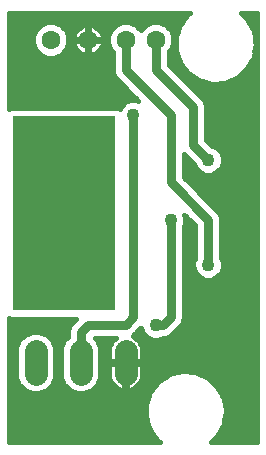
<source format=gbl>
G75*
%MOIN*%
%OFA0B0*%
%FSLAX25Y25*%
%IPPOS*%
%LPD*%
%AMOC8*
5,1,8,0,0,1.08239X$1,22.5*
%
%ADD10R,0.33937X0.64961*%
%ADD11C,0.06299*%
%ADD12C,0.07500*%
%ADD13C,0.04331*%
%ADD14C,0.03150*%
%ADD15C,0.01575*%
D10*
X0124055Y0117904D03*
D11*
X0119587Y0175679D03*
X0132087Y0175679D03*
X0144587Y0175679D03*
X0154587Y0175679D03*
D12*
X0144587Y0071929D02*
X0144587Y0064429D01*
X0129587Y0064429D02*
X0129587Y0071929D01*
X0114587Y0071929D02*
X0114587Y0064429D01*
D13*
X0114587Y0093179D03*
X0122087Y0093179D03*
X0122087Y0100679D03*
X0114587Y0100679D03*
X0114587Y0108179D03*
X0122087Y0108179D03*
X0129587Y0108179D03*
X0129587Y0100679D03*
X0129587Y0093179D03*
X0154587Y0080679D03*
X0172087Y0100679D03*
X0159587Y0115679D03*
X0172087Y0135679D03*
X0147087Y0150679D03*
X0129587Y0143179D03*
X0129587Y0135679D03*
X0129587Y0128179D03*
X0122087Y0128179D03*
X0114587Y0128179D03*
X0114587Y0135679D03*
X0122087Y0135679D03*
X0122087Y0143179D03*
X0114587Y0143179D03*
D14*
X0144587Y0165679D02*
X0159587Y0150679D01*
X0159587Y0128179D01*
X0172087Y0115679D01*
X0172087Y0100679D01*
X0159587Y0115679D02*
X0159587Y0083179D01*
X0157087Y0080679D01*
X0154587Y0080679D01*
X0147087Y0083179D02*
X0147087Y0150679D01*
X0144587Y0165679D02*
X0144587Y0175679D01*
X0154587Y0175679D02*
X0154587Y0165679D01*
X0167087Y0153179D01*
X0167087Y0140679D01*
X0172087Y0135679D01*
X0147087Y0083179D02*
X0144587Y0080679D01*
X0132087Y0080679D01*
X0129587Y0078179D01*
X0129587Y0068179D01*
D15*
X0105630Y0083044D02*
X0105630Y0041722D01*
X0156069Y0041722D01*
X0155521Y0042081D01*
X0155521Y0042081D01*
X0155521Y0042081D01*
X0152814Y0045558D01*
X0152814Y0045558D01*
X0151383Y0049726D01*
X0151383Y0054132D01*
X0152814Y0058300D01*
X0152814Y0058300D01*
X0155521Y0061777D01*
X0155521Y0061777D01*
X0159210Y0064187D01*
X0163481Y0065269D01*
X0167873Y0064905D01*
X0167873Y0064905D01*
X0171908Y0063135D01*
X0171908Y0063135D01*
X0175150Y0060151D01*
X0175150Y0060151D01*
X0175150Y0060151D01*
X0177247Y0056276D01*
X0177247Y0056275D01*
X0177972Y0051929D01*
X0177247Y0047583D01*
X0177247Y0047583D01*
X0175150Y0043707D01*
X0175150Y0043707D01*
X0172994Y0041722D01*
X0188543Y0041722D01*
X0188543Y0184636D01*
X0182994Y0184636D01*
X0185150Y0182651D01*
X0185150Y0182651D01*
X0187247Y0178776D01*
X0187247Y0178775D01*
X0187972Y0174429D01*
X0187247Y0170083D01*
X0187247Y0170083D01*
X0185150Y0166207D01*
X0185150Y0166207D01*
X0181908Y0163223D01*
X0181908Y0163223D01*
X0177873Y0161453D01*
X0177873Y0161453D01*
X0173481Y0161089D01*
X0173481Y0161089D01*
X0169210Y0162171D01*
X0169210Y0162171D01*
X0165521Y0164581D01*
X0165521Y0164581D01*
X0162814Y0168058D01*
X0162814Y0168058D01*
X0161383Y0172226D01*
X0161383Y0176632D01*
X0162814Y0180800D01*
X0162814Y0180800D01*
X0165521Y0184277D01*
X0165521Y0184277D01*
X0165521Y0184277D01*
X0166069Y0184636D01*
X0105630Y0184636D01*
X0105630Y0152763D01*
X0106538Y0153140D01*
X0141572Y0153140D01*
X0142585Y0152720D01*
X0142599Y0152706D01*
X0142915Y0153467D01*
X0144299Y0154851D01*
X0146108Y0155600D01*
X0148066Y0155600D01*
X0148877Y0155264D01*
X0140915Y0163226D01*
X0140256Y0164818D01*
X0140256Y0171658D01*
X0139580Y0172334D01*
X0138681Y0174504D01*
X0138681Y0176854D01*
X0139580Y0179024D01*
X0141241Y0180686D01*
X0143412Y0181585D01*
X0145761Y0181585D01*
X0147932Y0180686D01*
X0149587Y0179031D01*
X0151241Y0180686D01*
X0153412Y0181585D01*
X0155761Y0181585D01*
X0157932Y0180686D01*
X0159593Y0179024D01*
X0160492Y0176854D01*
X0160492Y0174504D01*
X0159593Y0172334D01*
X0158917Y0171658D01*
X0158917Y0167473D01*
X0169540Y0156851D01*
X0170758Y0155632D01*
X0171417Y0154041D01*
X0171417Y0142473D01*
X0173449Y0140442D01*
X0174874Y0139851D01*
X0176259Y0138467D01*
X0177008Y0136658D01*
X0177008Y0134700D01*
X0176259Y0132891D01*
X0174874Y0131507D01*
X0173066Y0130758D01*
X0171108Y0130758D01*
X0169299Y0131507D01*
X0167915Y0132891D01*
X0167324Y0134317D01*
X0163917Y0137724D01*
X0163917Y0129973D01*
X0174540Y0119351D01*
X0174540Y0119351D01*
X0175758Y0118132D01*
X0176417Y0116541D01*
X0176417Y0103084D01*
X0177008Y0101658D01*
X0177008Y0099700D01*
X0176259Y0097891D01*
X0174874Y0096507D01*
X0173066Y0095758D01*
X0171108Y0095758D01*
X0169299Y0096507D01*
X0167915Y0097891D01*
X0167165Y0099700D01*
X0167165Y0101658D01*
X0167756Y0103084D01*
X0167756Y0113885D01*
X0164172Y0117469D01*
X0164508Y0116658D01*
X0164508Y0114700D01*
X0163917Y0113275D01*
X0163917Y0082318D01*
X0163258Y0080726D01*
X0162040Y0079508D01*
X0159540Y0077008D01*
X0157948Y0076348D01*
X0156991Y0076348D01*
X0155566Y0075758D01*
X0153608Y0075758D01*
X0151799Y0076507D01*
X0150415Y0077891D01*
X0149685Y0079653D01*
X0149540Y0079508D01*
X0147040Y0077008D01*
X0146917Y0076957D01*
X0147489Y0076665D01*
X0148194Y0076153D01*
X0148810Y0075537D01*
X0149323Y0074831D01*
X0149718Y0074055D01*
X0149988Y0073226D01*
X0150124Y0072365D01*
X0150124Y0068642D01*
X0145049Y0068642D01*
X0145049Y0067717D01*
X0150124Y0067717D01*
X0150124Y0063993D01*
X0149988Y0063132D01*
X0149718Y0062304D01*
X0149323Y0061527D01*
X0148810Y0060822D01*
X0148194Y0060205D01*
X0147489Y0059693D01*
X0146712Y0059297D01*
X0145883Y0059028D01*
X0145049Y0058896D01*
X0145049Y0067716D01*
X0144124Y0067716D01*
X0144124Y0058896D01*
X0143290Y0059028D01*
X0142461Y0059297D01*
X0141684Y0059693D01*
X0140979Y0060205D01*
X0140363Y0060822D01*
X0139851Y0061527D01*
X0139455Y0062304D01*
X0139186Y0063132D01*
X0139049Y0063993D01*
X0139049Y0067717D01*
X0144124Y0067717D01*
X0144124Y0068642D01*
X0139049Y0068642D01*
X0139049Y0072365D01*
X0139186Y0073226D01*
X0139455Y0074055D01*
X0139851Y0074831D01*
X0140363Y0075537D01*
X0140979Y0076153D01*
X0141248Y0076348D01*
X0134368Y0076348D01*
X0135102Y0075614D01*
X0136092Y0073223D01*
X0136092Y0063135D01*
X0135102Y0060744D01*
X0133272Y0058914D01*
X0130881Y0057923D01*
X0128292Y0057923D01*
X0125901Y0058914D01*
X0124071Y0060744D01*
X0123081Y0063135D01*
X0123081Y0073223D01*
X0124071Y0075614D01*
X0125256Y0076799D01*
X0125256Y0079041D01*
X0125915Y0080632D01*
X0127950Y0082667D01*
X0106538Y0082667D01*
X0105630Y0083044D01*
X0105630Y0082232D02*
X0127515Y0082232D01*
X0125942Y0080659D02*
X0105630Y0080659D01*
X0105630Y0079085D02*
X0125274Y0079085D01*
X0125256Y0077512D02*
X0118109Y0077512D01*
X0118272Y0077445D02*
X0115881Y0078435D01*
X0113292Y0078435D01*
X0110901Y0077445D01*
X0109071Y0075614D01*
X0108081Y0073223D01*
X0108081Y0063135D01*
X0109071Y0060744D01*
X0110901Y0058914D01*
X0113292Y0057923D01*
X0115881Y0057923D01*
X0118272Y0058914D01*
X0120102Y0060744D01*
X0121092Y0063135D01*
X0121092Y0073223D01*
X0120102Y0075614D01*
X0118272Y0077445D01*
X0119778Y0075939D02*
X0124395Y0075939D01*
X0123554Y0074365D02*
X0120619Y0074365D01*
X0121092Y0072792D02*
X0123081Y0072792D01*
X0123081Y0071219D02*
X0121092Y0071219D01*
X0121092Y0069645D02*
X0123081Y0069645D01*
X0123081Y0068072D02*
X0121092Y0068072D01*
X0121092Y0066499D02*
X0123081Y0066499D01*
X0123081Y0064925D02*
X0121092Y0064925D01*
X0121092Y0063352D02*
X0123081Y0063352D01*
X0123642Y0061779D02*
X0120531Y0061779D01*
X0119564Y0060206D02*
X0124609Y0060206D01*
X0126581Y0058632D02*
X0117592Y0058632D01*
X0111581Y0058632D02*
X0105630Y0058632D01*
X0105630Y0057059D02*
X0152388Y0057059D01*
X0151848Y0055486D02*
X0105630Y0055486D01*
X0105630Y0053912D02*
X0151383Y0053912D01*
X0151383Y0052339D02*
X0105630Y0052339D01*
X0105630Y0050766D02*
X0151383Y0050766D01*
X0151566Y0049192D02*
X0105630Y0049192D01*
X0105630Y0047619D02*
X0152107Y0047619D01*
X0152647Y0046046D02*
X0105630Y0046046D01*
X0105630Y0044472D02*
X0153659Y0044472D01*
X0154884Y0042899D02*
X0105630Y0042899D01*
X0105630Y0060206D02*
X0109609Y0060206D01*
X0108642Y0061779D02*
X0105630Y0061779D01*
X0105630Y0063352D02*
X0108081Y0063352D01*
X0108081Y0064925D02*
X0105630Y0064925D01*
X0105630Y0066499D02*
X0108081Y0066499D01*
X0108081Y0068072D02*
X0105630Y0068072D01*
X0105630Y0069645D02*
X0108081Y0069645D01*
X0108081Y0071219D02*
X0105630Y0071219D01*
X0105630Y0072792D02*
X0108081Y0072792D01*
X0108554Y0074365D02*
X0105630Y0074365D01*
X0105630Y0075939D02*
X0109395Y0075939D01*
X0111064Y0077512D02*
X0105630Y0077512D01*
X0132592Y0058632D02*
X0153073Y0058632D01*
X0154297Y0060206D02*
X0148194Y0060206D01*
X0149451Y0061779D02*
X0155523Y0061779D01*
X0157931Y0063352D02*
X0150022Y0063352D01*
X0150124Y0064925D02*
X0162124Y0064925D01*
X0167630Y0064925D02*
X0188543Y0064925D01*
X0188543Y0063352D02*
X0171414Y0063352D01*
X0173381Y0061779D02*
X0188543Y0061779D01*
X0188543Y0060206D02*
X0175091Y0060206D01*
X0175972Y0058632D02*
X0188543Y0058632D01*
X0188543Y0057059D02*
X0176823Y0057059D01*
X0177379Y0055486D02*
X0188543Y0055486D01*
X0188543Y0053912D02*
X0177641Y0053912D01*
X0177904Y0052339D02*
X0188543Y0052339D01*
X0188543Y0050766D02*
X0177778Y0050766D01*
X0177516Y0049192D02*
X0188543Y0049192D01*
X0188543Y0047619D02*
X0177253Y0047619D01*
X0176415Y0046046D02*
X0188543Y0046046D01*
X0188543Y0044472D02*
X0175564Y0044472D01*
X0174272Y0042899D02*
X0188543Y0042899D01*
X0188543Y0066499D02*
X0150124Y0066499D01*
X0150124Y0069645D02*
X0188543Y0069645D01*
X0188543Y0068072D02*
X0145049Y0068072D01*
X0144124Y0068072D02*
X0136092Y0068072D01*
X0136092Y0066499D02*
X0139049Y0066499D01*
X0139049Y0064925D02*
X0136092Y0064925D01*
X0136092Y0063352D02*
X0139151Y0063352D01*
X0139722Y0061779D02*
X0135531Y0061779D01*
X0134564Y0060206D02*
X0140979Y0060206D01*
X0144124Y0060206D02*
X0145049Y0060206D01*
X0145049Y0061779D02*
X0144124Y0061779D01*
X0144124Y0063352D02*
X0145049Y0063352D01*
X0145049Y0064925D02*
X0144124Y0064925D01*
X0144124Y0066499D02*
X0145049Y0066499D01*
X0139049Y0069645D02*
X0136092Y0069645D01*
X0136092Y0071219D02*
X0139049Y0071219D01*
X0139117Y0072792D02*
X0136092Y0072792D01*
X0135619Y0074365D02*
X0139613Y0074365D01*
X0140765Y0075939D02*
X0134778Y0075939D01*
X0147544Y0077512D02*
X0150794Y0077512D01*
X0149920Y0079085D02*
X0149117Y0079085D01*
X0148408Y0075939D02*
X0153171Y0075939D01*
X0149560Y0074365D02*
X0188543Y0074365D01*
X0188543Y0072792D02*
X0150056Y0072792D01*
X0150124Y0071219D02*
X0188543Y0071219D01*
X0188543Y0075939D02*
X0156002Y0075939D01*
X0160044Y0077512D02*
X0188543Y0077512D01*
X0188543Y0079085D02*
X0161617Y0079085D01*
X0163191Y0080659D02*
X0188543Y0080659D01*
X0188543Y0082232D02*
X0163882Y0082232D01*
X0163917Y0083805D02*
X0188543Y0083805D01*
X0188543Y0085379D02*
X0163917Y0085379D01*
X0163917Y0086952D02*
X0188543Y0086952D01*
X0188543Y0088525D02*
X0163917Y0088525D01*
X0163917Y0090099D02*
X0188543Y0090099D01*
X0188543Y0091672D02*
X0163917Y0091672D01*
X0163917Y0093245D02*
X0188543Y0093245D01*
X0188543Y0094818D02*
X0163917Y0094818D01*
X0163917Y0096392D02*
X0169577Y0096392D01*
X0167884Y0097965D02*
X0163917Y0097965D01*
X0163917Y0099538D02*
X0167232Y0099538D01*
X0167165Y0101112D02*
X0163917Y0101112D01*
X0163917Y0102685D02*
X0167591Y0102685D01*
X0167756Y0104258D02*
X0163917Y0104258D01*
X0163917Y0105832D02*
X0167756Y0105832D01*
X0167756Y0107405D02*
X0163917Y0107405D01*
X0163917Y0108978D02*
X0167756Y0108978D01*
X0167756Y0110552D02*
X0163917Y0110552D01*
X0163917Y0112125D02*
X0167756Y0112125D01*
X0167756Y0113698D02*
X0164093Y0113698D01*
X0164508Y0115272D02*
X0166370Y0115272D01*
X0164796Y0116845D02*
X0164430Y0116845D01*
X0170752Y0123138D02*
X0188543Y0123138D01*
X0188543Y0121565D02*
X0172325Y0121565D01*
X0173899Y0119991D02*
X0188543Y0119991D01*
X0188543Y0118418D02*
X0175472Y0118418D01*
X0176291Y0116845D02*
X0188543Y0116845D01*
X0188543Y0115272D02*
X0176417Y0115272D01*
X0176417Y0113698D02*
X0188543Y0113698D01*
X0188543Y0112125D02*
X0176417Y0112125D01*
X0176417Y0110552D02*
X0188543Y0110552D01*
X0188543Y0108978D02*
X0176417Y0108978D01*
X0176417Y0107405D02*
X0188543Y0107405D01*
X0188543Y0105832D02*
X0176417Y0105832D01*
X0176417Y0104258D02*
X0188543Y0104258D01*
X0188543Y0102685D02*
X0176582Y0102685D01*
X0177008Y0101112D02*
X0188543Y0101112D01*
X0188543Y0099538D02*
X0176941Y0099538D01*
X0176289Y0097965D02*
X0188543Y0097965D01*
X0188543Y0096392D02*
X0174596Y0096392D01*
X0169179Y0124711D02*
X0188543Y0124711D01*
X0188543Y0126285D02*
X0167606Y0126285D01*
X0166032Y0127858D02*
X0188543Y0127858D01*
X0188543Y0129431D02*
X0164459Y0129431D01*
X0163917Y0131005D02*
X0170512Y0131005D01*
X0168228Y0132578D02*
X0163917Y0132578D01*
X0163917Y0134151D02*
X0167393Y0134151D01*
X0165917Y0135725D02*
X0163917Y0135725D01*
X0163917Y0137298D02*
X0164343Y0137298D01*
X0171872Y0142018D02*
X0188543Y0142018D01*
X0188543Y0143591D02*
X0171417Y0143591D01*
X0171417Y0145165D02*
X0188543Y0145165D01*
X0188543Y0146738D02*
X0171417Y0146738D01*
X0171417Y0148311D02*
X0188543Y0148311D01*
X0188543Y0149884D02*
X0171417Y0149884D01*
X0171417Y0151458D02*
X0188543Y0151458D01*
X0188543Y0153031D02*
X0171417Y0153031D01*
X0171184Y0154604D02*
X0188543Y0154604D01*
X0188543Y0156178D02*
X0170213Y0156178D01*
X0168639Y0157751D02*
X0188543Y0157751D01*
X0188543Y0159324D02*
X0167066Y0159324D01*
X0165493Y0160898D02*
X0188543Y0160898D01*
X0188543Y0162471D02*
X0180194Y0162471D01*
X0182800Y0164044D02*
X0188543Y0164044D01*
X0188543Y0165618D02*
X0184509Y0165618D01*
X0185682Y0167191D02*
X0188543Y0167191D01*
X0188543Y0168764D02*
X0186534Y0168764D01*
X0187290Y0170338D02*
X0188543Y0170338D01*
X0188543Y0171911D02*
X0187552Y0171911D01*
X0187815Y0173484D02*
X0188543Y0173484D01*
X0188543Y0175057D02*
X0187868Y0175057D01*
X0187605Y0176631D02*
X0188543Y0176631D01*
X0188543Y0178204D02*
X0187342Y0178204D01*
X0186705Y0179777D02*
X0188543Y0179777D01*
X0188543Y0181351D02*
X0185853Y0181351D01*
X0184853Y0182924D02*
X0188543Y0182924D01*
X0188543Y0184497D02*
X0183144Y0184497D01*
X0165857Y0184497D02*
X0105630Y0184497D01*
X0105630Y0182924D02*
X0164467Y0182924D01*
X0163243Y0181351D02*
X0156326Y0181351D01*
X0158840Y0179777D02*
X0162463Y0179777D01*
X0161923Y0178204D02*
X0159933Y0178204D01*
X0160492Y0176631D02*
X0161383Y0176631D01*
X0161383Y0175057D02*
X0160492Y0175057D01*
X0160069Y0173484D02*
X0161383Y0173484D01*
X0161491Y0171911D02*
X0159170Y0171911D01*
X0158917Y0170338D02*
X0162032Y0170338D01*
X0162572Y0168764D02*
X0158917Y0168764D01*
X0159199Y0167191D02*
X0163489Y0167191D01*
X0164714Y0165618D02*
X0160773Y0165618D01*
X0162346Y0164044D02*
X0166342Y0164044D01*
X0168750Y0162471D02*
X0163919Y0162471D01*
X0147963Y0156178D02*
X0105630Y0156178D01*
X0105630Y0157751D02*
X0146390Y0157751D01*
X0144817Y0159324D02*
X0105630Y0159324D01*
X0105630Y0160898D02*
X0143244Y0160898D01*
X0141670Y0162471D02*
X0105630Y0162471D01*
X0105630Y0164044D02*
X0140576Y0164044D01*
X0140256Y0165618D02*
X0105630Y0165618D01*
X0105630Y0167191D02*
X0140256Y0167191D01*
X0140256Y0168764D02*
X0105630Y0168764D01*
X0105630Y0170338D02*
X0117050Y0170338D01*
X0116241Y0170673D02*
X0118412Y0169774D01*
X0120761Y0169774D01*
X0122932Y0170673D01*
X0124593Y0172334D01*
X0125492Y0174504D01*
X0125492Y0176854D01*
X0124593Y0179024D01*
X0122932Y0180686D01*
X0120761Y0181585D01*
X0118412Y0181585D01*
X0116241Y0180686D01*
X0114580Y0179024D01*
X0113681Y0176854D01*
X0113681Y0174504D01*
X0114580Y0172334D01*
X0116241Y0170673D01*
X0115003Y0171911D02*
X0105630Y0171911D01*
X0105630Y0173484D02*
X0114104Y0173484D01*
X0113681Y0175057D02*
X0105630Y0175057D01*
X0105630Y0176631D02*
X0113681Y0176631D01*
X0114240Y0178204D02*
X0105630Y0178204D01*
X0105630Y0179777D02*
X0115333Y0179777D01*
X0117847Y0181351D02*
X0105630Y0181351D01*
X0121326Y0181351D02*
X0142847Y0181351D01*
X0140333Y0179777D02*
X0134845Y0179777D01*
X0134674Y0179902D02*
X0133982Y0180254D01*
X0133243Y0180495D01*
X0132475Y0180616D01*
X0132283Y0180616D01*
X0132283Y0175876D01*
X0131890Y0175876D01*
X0131890Y0180616D01*
X0131698Y0180616D01*
X0130931Y0180495D01*
X0130191Y0180254D01*
X0129499Y0179902D01*
X0128870Y0179445D01*
X0128321Y0178895D01*
X0127864Y0178267D01*
X0127511Y0177574D01*
X0127271Y0176835D01*
X0127150Y0176068D01*
X0127150Y0175876D01*
X0131890Y0175876D01*
X0131890Y0175482D01*
X0132283Y0175482D01*
X0132283Y0170742D01*
X0132475Y0170742D01*
X0133243Y0170864D01*
X0133982Y0171104D01*
X0134674Y0171457D01*
X0135303Y0171913D01*
X0135852Y0172463D01*
X0136309Y0173092D01*
X0136662Y0173784D01*
X0136902Y0174523D01*
X0137024Y0175291D01*
X0137024Y0175482D01*
X0132284Y0175482D01*
X0132284Y0175876D01*
X0137024Y0175876D01*
X0137024Y0176068D01*
X0136902Y0176835D01*
X0136662Y0177574D01*
X0136309Y0178267D01*
X0135852Y0178895D01*
X0135303Y0179445D01*
X0134674Y0179902D01*
X0136341Y0178204D02*
X0139240Y0178204D01*
X0138681Y0176631D02*
X0136934Y0176631D01*
X0136987Y0175057D02*
X0138681Y0175057D01*
X0139104Y0173484D02*
X0136509Y0173484D01*
X0135299Y0171911D02*
X0140003Y0171911D01*
X0140256Y0170338D02*
X0122123Y0170338D01*
X0124170Y0171911D02*
X0128874Y0171911D01*
X0128870Y0171913D02*
X0129499Y0171457D01*
X0130191Y0171104D01*
X0130931Y0170864D01*
X0131698Y0170742D01*
X0131890Y0170742D01*
X0131890Y0175482D01*
X0127150Y0175482D01*
X0127150Y0175291D01*
X0127271Y0174523D01*
X0127511Y0173784D01*
X0127864Y0173092D01*
X0128321Y0172463D01*
X0128870Y0171913D01*
X0127664Y0173484D02*
X0125069Y0173484D01*
X0125492Y0175057D02*
X0127187Y0175057D01*
X0127239Y0176631D02*
X0125492Y0176631D01*
X0124933Y0178204D02*
X0127832Y0178204D01*
X0129328Y0179777D02*
X0123840Y0179777D01*
X0131890Y0179777D02*
X0132283Y0179777D01*
X0132283Y0178204D02*
X0131890Y0178204D01*
X0131890Y0176631D02*
X0132283Y0176631D01*
X0132283Y0175057D02*
X0131890Y0175057D01*
X0131890Y0173484D02*
X0132283Y0173484D01*
X0132283Y0171911D02*
X0131890Y0171911D01*
X0146326Y0181351D02*
X0152847Y0181351D01*
X0150333Y0179777D02*
X0148840Y0179777D01*
X0144052Y0154604D02*
X0105630Y0154604D01*
X0105630Y0153031D02*
X0106276Y0153031D01*
X0141834Y0153031D02*
X0142734Y0153031D01*
X0173446Y0140445D02*
X0188543Y0140445D01*
X0188543Y0138871D02*
X0175854Y0138871D01*
X0176743Y0137298D02*
X0188543Y0137298D01*
X0188543Y0135725D02*
X0177008Y0135725D01*
X0176780Y0134151D02*
X0188543Y0134151D01*
X0188543Y0132578D02*
X0175945Y0132578D01*
X0173661Y0131005D02*
X0188543Y0131005D01*
M02*

</source>
